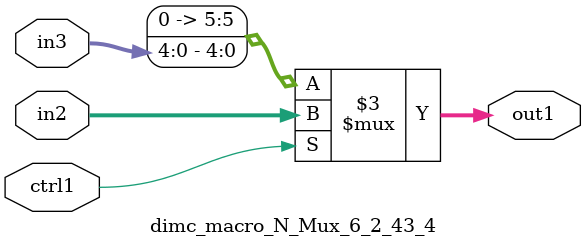
<source format=v>

`timescale 1ps / 1ps


module dimc_macro_N_Mux_6_2_43_4( in3, in2, ctrl1, out1 );

    input [4:0] in3;
    input [5:0] in2;
    input ctrl1;
    output [5:0] out1;
    reg [5:0] out1;

    
    // rtl_process:dimc_macro_N_Mux_6_2_43_4/dimc_macro_N_Mux_6_2_43_4_thread_1
    always @*
      begin : dimc_macro_N_Mux_6_2_43_4_thread_1
        case (ctrl1) 
          1'b1: 
            begin
              out1 = in2;
            end
          default: 
            begin
              out1 = {1'b0, in3};
            end
        endcase
      end

endmodule





</source>
